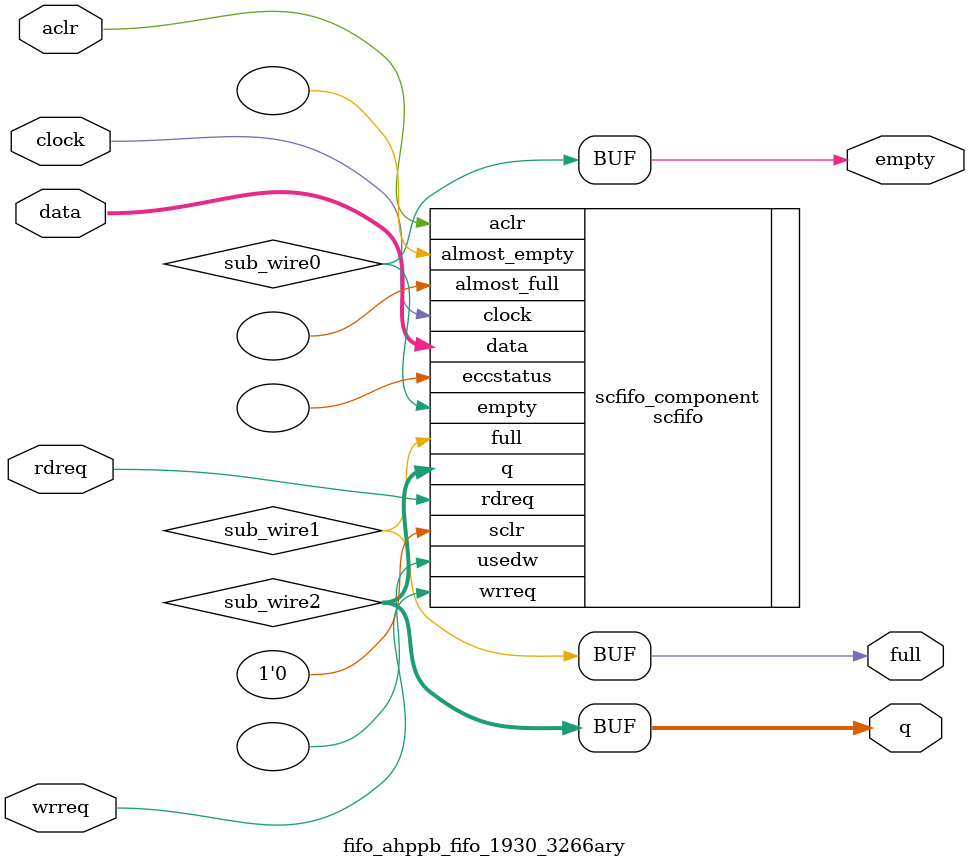
<source format=v>



`timescale 1 ps / 1 ps
// synopsys translate_on
module  fifo_ahppb_fifo_1930_3266ary  (
    aclr,
    clock,
    data,
    rdreq,
    wrreq,
    empty,
    full,
    q);

    input    aclr;
    input    clock;
    input  [517:0]  data;
    input    rdreq;
    input    wrreq;
    output   empty;
    output   full;
    output [517:0]  q;

    wire  sub_wire0;
    wire  sub_wire1;
    wire [517:0] sub_wire2;
    wire  empty = sub_wire0;
    wire  full = sub_wire1;
    wire [517:0] q = sub_wire2[517:0];

    scfifo  scfifo_component (
                .aclr (aclr),
                .clock (clock),
                .data (data),
                .rdreq (rdreq),
                .wrreq (wrreq),
                .empty (sub_wire0),
                .full (sub_wire1),
                .q (sub_wire2),
                .almost_empty (),
                .almost_full (),
                .eccstatus (),
                .sclr (1'b0),
                .usedw ());
    defparam
        scfifo_component.add_ram_output_register  = "OFF",
        scfifo_component.enable_ecc  = "FALSE",
        scfifo_component.intended_device_family  = "Agilex 7",
        scfifo_component.lpm_hint  = "",
        scfifo_component.lpm_numwords  = 128,
        scfifo_component.lpm_showahead  = "ON",
        scfifo_component.lpm_type  = "scfifo",
        scfifo_component.lpm_width  = 518,
        scfifo_component.lpm_widthu  = 7,
        scfifo_component.overflow_checking  = "ON",
        scfifo_component.underflow_checking  = "ON",
        scfifo_component.use_eab  = "ON";


endmodule



</source>
